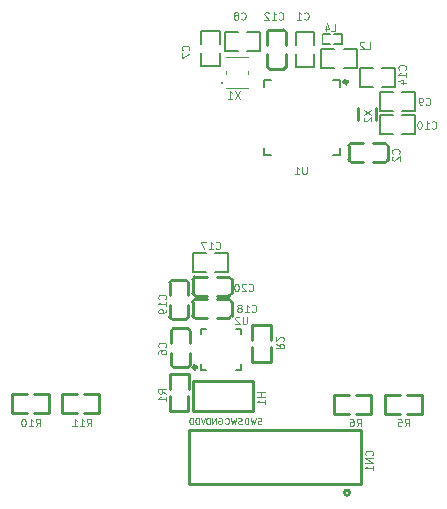
<source format=gbo>
G04 #@! TF.GenerationSoftware,KiCad,Pcbnew,5.1.5-52549c5~84~ubuntu18.04.1*
G04 #@! TF.CreationDate,2020-02-14T10:24:02+02:00*
G04 #@! TF.ProjectId,Touch_Switch_2ch,546f7563-685f-4537-9769-7463685f3263,rev?*
G04 #@! TF.SameCoordinates,Original*
G04 #@! TF.FileFunction,Legend,Bot*
G04 #@! TF.FilePolarity,Positive*
%FSLAX46Y46*%
G04 Gerber Fmt 4.6, Leading zero omitted, Abs format (unit mm)*
G04 Created by KiCad (PCBNEW 5.1.5-52549c5~84~ubuntu18.04.1) date 2020-02-14 10:24:02*
%MOMM*%
%LPD*%
G04 APERTURE LIST*
%ADD10C,0.102000*%
%ADD11C,0.254000*%
%ADD12C,0.300000*%
%ADD13C,0.200000*%
%ADD14C,0.152000*%
%ADD15C,0.100000*%
%ADD16R,1.202000X1.102000*%
%ADD17R,1.102000X1.202000*%
%ADD18R,0.737000X1.626000*%
%ADD19O,0.952000X0.382000*%
%ADD20O,0.382000X0.952000*%
%ADD21R,1.802000X1.802000*%
%ADD22R,3.902000X3.902000*%
%ADD23O,0.322000X1.102000*%
%ADD24O,1.102000X0.322000*%
%ADD25R,0.702000X0.752000*%
%ADD26R,1.902000X1.102000*%
%ADD27C,1.602000*%
%ADD28R,0.902000X1.002000*%
%ADD29C,1.102000*%
G04 APERTURE END LIST*
D10*
X95086938Y-68150619D02*
X95014366Y-68174809D01*
X94893414Y-68174809D01*
X94845033Y-68150619D01*
X94820842Y-68126428D01*
X94796652Y-68078047D01*
X94796652Y-68029666D01*
X94820842Y-67981285D01*
X94845033Y-67957095D01*
X94893414Y-67932904D01*
X94990176Y-67908714D01*
X95038557Y-67884523D01*
X95062747Y-67860333D01*
X95086938Y-67811952D01*
X95086938Y-67763571D01*
X95062747Y-67715190D01*
X95038557Y-67691000D01*
X94990176Y-67666809D01*
X94869223Y-67666809D01*
X94796652Y-67691000D01*
X94627319Y-67666809D02*
X94506366Y-68174809D01*
X94409604Y-67811952D01*
X94312842Y-68174809D01*
X94191890Y-67666809D01*
X93708080Y-68126428D02*
X93732271Y-68150619D01*
X93804842Y-68174809D01*
X93853223Y-68174809D01*
X93925795Y-68150619D01*
X93974176Y-68102238D01*
X93998366Y-68053857D01*
X94022557Y-67957095D01*
X94022557Y-67884523D01*
X93998366Y-67787761D01*
X93974176Y-67739380D01*
X93925795Y-67691000D01*
X93853223Y-67666809D01*
X93804842Y-67666809D01*
X93732271Y-67691000D01*
X93708080Y-67715190D01*
X96737938Y-68150619D02*
X96665366Y-68174809D01*
X96544414Y-68174809D01*
X96496033Y-68150619D01*
X96471842Y-68126428D01*
X96447652Y-68078047D01*
X96447652Y-68029666D01*
X96471842Y-67981285D01*
X96496033Y-67957095D01*
X96544414Y-67932904D01*
X96641176Y-67908714D01*
X96689557Y-67884523D01*
X96713747Y-67860333D01*
X96737938Y-67811952D01*
X96737938Y-67763571D01*
X96713747Y-67715190D01*
X96689557Y-67691000D01*
X96641176Y-67666809D01*
X96520223Y-67666809D01*
X96447652Y-67691000D01*
X96278319Y-67666809D02*
X96157366Y-68174809D01*
X96060604Y-67811952D01*
X95963842Y-68174809D01*
X95842890Y-67666809D01*
X95649366Y-68174809D02*
X95649366Y-67666809D01*
X95528414Y-67666809D01*
X95455842Y-67691000D01*
X95407461Y-67739380D01*
X95383271Y-67787761D01*
X95359080Y-67884523D01*
X95359080Y-67957095D01*
X95383271Y-68053857D01*
X95407461Y-68102238D01*
X95455842Y-68150619D01*
X95528414Y-68174809D01*
X95649366Y-68174809D01*
X93145652Y-67691000D02*
X93194033Y-67666809D01*
X93266604Y-67666809D01*
X93339176Y-67691000D01*
X93387557Y-67739380D01*
X93411747Y-67787761D01*
X93435938Y-67884523D01*
X93435938Y-67957095D01*
X93411747Y-68053857D01*
X93387557Y-68102238D01*
X93339176Y-68150619D01*
X93266604Y-68174809D01*
X93218223Y-68174809D01*
X93145652Y-68150619D01*
X93121461Y-68126428D01*
X93121461Y-67957095D01*
X93218223Y-67957095D01*
X92903747Y-68174809D02*
X92903747Y-67666809D01*
X92613461Y-68174809D01*
X92613461Y-67666809D01*
X92371557Y-68174809D02*
X92371557Y-67666809D01*
X92250604Y-67666809D01*
X92178033Y-67691000D01*
X92129652Y-67739380D01*
X92105461Y-67787761D01*
X92081271Y-67884523D01*
X92081271Y-67957095D01*
X92105461Y-68053857D01*
X92129652Y-68102238D01*
X92178033Y-68150619D01*
X92250604Y-68174809D01*
X92371557Y-68174809D01*
X91960319Y-67666809D02*
X91790985Y-68174809D01*
X91621652Y-67666809D01*
X91452319Y-68174809D02*
X91452319Y-67666809D01*
X91331366Y-67666809D01*
X91258795Y-67691000D01*
X91210414Y-67739380D01*
X91186223Y-67787761D01*
X91162033Y-67884523D01*
X91162033Y-67957095D01*
X91186223Y-68053857D01*
X91210414Y-68102238D01*
X91258795Y-68150619D01*
X91331366Y-68174809D01*
X91452319Y-68174809D01*
X90944319Y-68174809D02*
X90944319Y-67666809D01*
X90823366Y-67666809D01*
X90750795Y-67691000D01*
X90702414Y-67739380D01*
X90678223Y-67787761D01*
X90654033Y-67884523D01*
X90654033Y-67957095D01*
X90678223Y-68053857D01*
X90702414Y-68102238D01*
X90750795Y-68150619D01*
X90823366Y-68174809D01*
X90944319Y-68174809D01*
D11*
X89189000Y-59308000D02*
X90389000Y-59308000D01*
X88989000Y-57258000D02*
X88989000Y-56258000D01*
X90589000Y-57258000D02*
X90589000Y-56258000D01*
X88989000Y-58058000D02*
X88989000Y-59058000D01*
X90589000Y-58058000D02*
X90589000Y-59058000D01*
X89189000Y-56008000D02*
X90389000Y-56008000D01*
X89189000Y-56008000D02*
G75*
G03X88989000Y-56208000I0J-200000D01*
G01*
X88989000Y-56208000D02*
X88989000Y-56258000D01*
X90589000Y-56208000D02*
G75*
G03X90389000Y-56008000I-200000J0D01*
G01*
X90589000Y-56208000D02*
X90589000Y-56258000D01*
X88989000Y-59108000D02*
G75*
G03X89189000Y-59308000I200000J0D01*
G01*
X88989000Y-59108000D02*
X88989000Y-59058000D01*
X90389000Y-59308000D02*
G75*
G03X90589000Y-59108000I0J200000D01*
G01*
X90589000Y-59108000D02*
X90589000Y-59058000D01*
X90933000Y-55915000D02*
X90933000Y-57115000D01*
X92983000Y-55715000D02*
X93983000Y-55715000D01*
X92983000Y-57315000D02*
X93983000Y-57315000D01*
X92183000Y-55715000D02*
X91183000Y-55715000D01*
X92183000Y-57315000D02*
X91183000Y-57315000D01*
X94233000Y-55915000D02*
X94233000Y-57115000D01*
X94233000Y-55915000D02*
G75*
G03X94033000Y-55715000I-200000J0D01*
G01*
X94033000Y-55715000D02*
X93983000Y-55715000D01*
X94033000Y-57315000D02*
G75*
G03X94233000Y-57115000I0J200000D01*
G01*
X94033000Y-57315000D02*
X93983000Y-57315000D01*
X91133000Y-55715000D02*
G75*
G03X90933000Y-55915000I0J-200000D01*
G01*
X91133000Y-55715000D02*
X91183000Y-55715000D01*
X90933000Y-57115000D02*
G75*
G03X91133000Y-57315000I200000J0D01*
G01*
X91133000Y-57315000D02*
X91183000Y-57315000D01*
X96012000Y-67056000D02*
X96012000Y-64516000D01*
X96012000Y-64516000D02*
X90932000Y-64516000D01*
X90932000Y-64516000D02*
X90932000Y-67056000D01*
X90932000Y-67056000D02*
X96012000Y-67056000D01*
D12*
X91269995Y-63370461D02*
G75*
G03X91270000Y-63373000I-149995J-1539D01*
G01*
D13*
X94620000Y-60124000D02*
X95070000Y-60124000D01*
X95070000Y-60124000D02*
X95070000Y-60574000D01*
X94620000Y-63574000D02*
X95070000Y-63574000D01*
X95070000Y-63574000D02*
X95070000Y-63124000D01*
X91620000Y-63124000D02*
X91620000Y-63574000D01*
X91620000Y-63574000D02*
X92070000Y-63574000D01*
X92070000Y-60124000D02*
X91620000Y-60124000D01*
X91620000Y-60124000D02*
X91620000Y-60574000D01*
D11*
X89316000Y-63372000D02*
X90516000Y-63372000D01*
X89116000Y-61322000D02*
X89116000Y-60322000D01*
X90716000Y-61322000D02*
X90716000Y-60322000D01*
X89116000Y-62122000D02*
X89116000Y-63122000D01*
X90716000Y-62122000D02*
X90716000Y-63122000D01*
X89316000Y-60072000D02*
X90516000Y-60072000D01*
X89316000Y-60072000D02*
G75*
G03X89116000Y-60272000I0J-200000D01*
G01*
X89116000Y-60272000D02*
X89116000Y-60322000D01*
X90716000Y-60272000D02*
G75*
G03X90516000Y-60072000I-200000J0D01*
G01*
X90716000Y-60272000D02*
X90716000Y-60322000D01*
X89116000Y-63172000D02*
G75*
G03X89316000Y-63372000I200000J0D01*
G01*
X89116000Y-63172000D02*
X89116000Y-63122000D01*
X90516000Y-63372000D02*
G75*
G03X90716000Y-63172000I0J200000D01*
G01*
X90716000Y-63172000D02*
X90716000Y-63122000D01*
X90933000Y-57820000D02*
X90933000Y-59020000D01*
X92983000Y-57620000D02*
X93983000Y-57620000D01*
X92983000Y-59220000D02*
X93983000Y-59220000D01*
X92183000Y-57620000D02*
X91183000Y-57620000D01*
X92183000Y-59220000D02*
X91183000Y-59220000D01*
X94233000Y-57820000D02*
X94233000Y-59020000D01*
X94233000Y-57820000D02*
G75*
G03X94033000Y-57620000I-200000J0D01*
G01*
X94033000Y-57620000D02*
X93983000Y-57620000D01*
X94033000Y-59220000D02*
G75*
G03X94233000Y-59020000I0J200000D01*
G01*
X94033000Y-59220000D02*
X93983000Y-59220000D01*
X91133000Y-57620000D02*
G75*
G03X90933000Y-57820000I0J-200000D01*
G01*
X91133000Y-57620000D02*
X91183000Y-57620000D01*
X90933000Y-59020000D02*
G75*
G03X91133000Y-59220000I200000J0D01*
G01*
X91133000Y-59220000D02*
X91183000Y-59220000D01*
D13*
X92056000Y-53683000D02*
X90956000Y-53683000D01*
X90956000Y-53683000D02*
X90956000Y-55283000D01*
X90956000Y-55283000D02*
X92056000Y-55283000D01*
X92856000Y-53683000D02*
X93956000Y-53683000D01*
X93956000Y-53683000D02*
X93956000Y-54683000D01*
X93956000Y-54683000D02*
X93956000Y-55283000D01*
X93956000Y-55283000D02*
X92856000Y-55283000D01*
D11*
X82983000Y-65621000D02*
X82983000Y-67221000D01*
X81132000Y-67216000D02*
X79882000Y-67216000D01*
X81132000Y-65616000D02*
X79882000Y-65616000D01*
X81733000Y-67221000D02*
X82983000Y-67221000D01*
X81733000Y-65621000D02*
X82983000Y-65621000D01*
X79882000Y-65616000D02*
X79882000Y-67216000D01*
X90589000Y-67082000D02*
X88989000Y-67082000D01*
X88994000Y-65231000D02*
X88994000Y-63981000D01*
X90594000Y-65231000D02*
X90594000Y-63981000D01*
X88989000Y-65832000D02*
X88989000Y-67082000D01*
X90589000Y-65832000D02*
X90589000Y-67082000D01*
X90594000Y-63981000D02*
X88994000Y-63981000D01*
X75662000Y-67221000D02*
X75662000Y-65621000D01*
X77513000Y-65626000D02*
X78763000Y-65626000D01*
X77513000Y-67226000D02*
X78763000Y-67226000D01*
X76912000Y-65621000D02*
X75662000Y-65621000D01*
X76912000Y-67221000D02*
X75662000Y-67221000D01*
X78763000Y-67226000D02*
X78763000Y-65626000D01*
X106031000Y-65748000D02*
X106031000Y-67348000D01*
X104180000Y-67343000D02*
X102930000Y-67343000D01*
X104180000Y-65743000D02*
X102930000Y-65743000D01*
X104781000Y-67348000D02*
X106031000Y-67348000D01*
X104781000Y-65748000D02*
X106031000Y-65748000D01*
X102930000Y-65743000D02*
X102930000Y-67343000D01*
X110339000Y-65748000D02*
X110339000Y-67348000D01*
X108488000Y-67343000D02*
X107238000Y-67343000D01*
X108488000Y-65743000D02*
X107238000Y-65743000D01*
X109089000Y-67348000D02*
X110339000Y-67348000D01*
X109089000Y-65748000D02*
X110339000Y-65748000D01*
X107238000Y-65743000D02*
X107238000Y-67343000D01*
X95974000Y-59791000D02*
X97574000Y-59791000D01*
X97569000Y-61642000D02*
X97569000Y-62892000D01*
X95969000Y-61642000D02*
X95969000Y-62892000D01*
X97574000Y-61041000D02*
X97574000Y-59791000D01*
X95974000Y-61041000D02*
X95974000Y-59791000D01*
X95969000Y-62892000D02*
X97569000Y-62892000D01*
D13*
X97606000Y-39028000D02*
X97006000Y-39028000D01*
X97006000Y-39028000D02*
X97006000Y-39628000D01*
X103406000Y-39628000D02*
X103406000Y-39028000D01*
X103406000Y-39028000D02*
X102806000Y-39028000D01*
X102806000Y-45428000D02*
X103406000Y-45428000D01*
X103406000Y-45428000D02*
X103406000Y-44828000D01*
X97606000Y-45428000D02*
X97006000Y-45428000D01*
X97006000Y-45428000D02*
X97006000Y-44828000D01*
D12*
X103756005Y-39229539D02*
G75*
G03X103756000Y-39227000I149995J1539D01*
G01*
D11*
X98644000Y-34810000D02*
X97444000Y-34810000D01*
X98844000Y-36860000D02*
X98844000Y-37860000D01*
X97244000Y-36860000D02*
X97244000Y-37860000D01*
X98844000Y-36060000D02*
X98844000Y-35060000D01*
X97244000Y-36060000D02*
X97244000Y-35060000D01*
X98644000Y-38110000D02*
X97444000Y-38110000D01*
X98644000Y-38110000D02*
G75*
G03X98844000Y-37910000I0J200000D01*
G01*
X98844000Y-37910000D02*
X98844000Y-37860000D01*
X97244000Y-37910000D02*
G75*
G03X97444000Y-38110000I200000J0D01*
G01*
X97244000Y-37910000D02*
X97244000Y-37860000D01*
X98844000Y-35010000D02*
G75*
G03X98644000Y-34810000I-200000J0D01*
G01*
X98844000Y-35010000D02*
X98844000Y-35060000D01*
X97444000Y-34810000D02*
G75*
G03X97244000Y-35010000I0J-200000D01*
G01*
X97244000Y-35010000D02*
X97244000Y-35060000D01*
X104152000Y-44612000D02*
X104152000Y-45812000D01*
X106202000Y-44412000D02*
X107202000Y-44412000D01*
X106202000Y-46012000D02*
X107202000Y-46012000D01*
X105402000Y-44412000D02*
X104402000Y-44412000D01*
X105402000Y-46012000D02*
X104402000Y-46012000D01*
X107452000Y-44612000D02*
X107452000Y-45812000D01*
X107452000Y-44612000D02*
G75*
G03X107252000Y-44412000I-200000J0D01*
G01*
X107252000Y-44412000D02*
X107202000Y-44412000D01*
X107252000Y-46012000D02*
G75*
G03X107452000Y-45812000I0J200000D01*
G01*
X107252000Y-46012000D02*
X107202000Y-46012000D01*
X104352000Y-44412000D02*
G75*
G03X104152000Y-44612000I0J-200000D01*
G01*
X104352000Y-44412000D02*
X104402000Y-44412000D01*
X104152000Y-45812000D02*
G75*
G03X104352000Y-46012000I200000J0D01*
G01*
X104352000Y-46012000D02*
X104402000Y-46012000D01*
D13*
X94785000Y-35014000D02*
X93685000Y-35014000D01*
X93685000Y-35014000D02*
X93685000Y-36614000D01*
X93685000Y-36614000D02*
X94785000Y-36614000D01*
X95585000Y-35014000D02*
X96685000Y-35014000D01*
X96685000Y-35014000D02*
X96685000Y-36014000D01*
X96685000Y-36014000D02*
X96685000Y-36614000D01*
X96685000Y-36614000D02*
X95585000Y-36614000D01*
X93256000Y-35987000D02*
X93256000Y-34887000D01*
X93256000Y-34887000D02*
X91656000Y-34887000D01*
X91656000Y-34887000D02*
X91656000Y-35987000D01*
X93256000Y-36787000D02*
X93256000Y-37887000D01*
X93256000Y-37887000D02*
X92256000Y-37887000D01*
X92256000Y-37887000D02*
X91656000Y-37887000D01*
X91656000Y-37887000D02*
X91656000Y-36787000D01*
X107866000Y-41999000D02*
X106766000Y-41999000D01*
X106766000Y-41999000D02*
X106766000Y-43599000D01*
X106766000Y-43599000D02*
X107866000Y-43599000D01*
X108666000Y-41999000D02*
X109766000Y-41999000D01*
X109766000Y-41999000D02*
X109766000Y-42999000D01*
X109766000Y-42999000D02*
X109766000Y-43599000D01*
X109766000Y-43599000D02*
X108666000Y-43599000D01*
X107869000Y-40094000D02*
X106769000Y-40094000D01*
X106769000Y-40094000D02*
X106769000Y-41694000D01*
X106769000Y-41694000D02*
X107869000Y-41694000D01*
X108669000Y-40094000D02*
X109769000Y-40094000D01*
X109769000Y-40094000D02*
X109769000Y-41094000D01*
X109769000Y-41094000D02*
X109769000Y-41694000D01*
X109769000Y-41694000D02*
X108669000Y-41694000D01*
X107015000Y-39662000D02*
X108115000Y-39662000D01*
X108115000Y-39662000D02*
X108115000Y-38062000D01*
X108115000Y-38062000D02*
X107015000Y-38062000D01*
X106215000Y-39662000D02*
X105115000Y-39662000D01*
X105115000Y-39662000D02*
X105115000Y-38662000D01*
X105115000Y-38662000D02*
X105115000Y-38062000D01*
X105115000Y-38062000D02*
X106215000Y-38062000D01*
X101257000Y-36049000D02*
X101257000Y-34949000D01*
X101257000Y-34949000D02*
X99657000Y-34949000D01*
X99657000Y-34949000D02*
X99657000Y-36049000D01*
X101257000Y-36849000D02*
X101257000Y-37949000D01*
X101257000Y-37949000D02*
X100257000Y-37949000D01*
X100257000Y-37949000D02*
X99657000Y-37949000D01*
X99657000Y-37949000D02*
X99657000Y-36849000D01*
X103716000Y-38011000D02*
X104816000Y-38011000D01*
X104816000Y-38011000D02*
X104816000Y-36411000D01*
X104816000Y-36411000D02*
X103716000Y-36411000D01*
X102916000Y-38011000D02*
X101816000Y-38011000D01*
X101816000Y-38011000D02*
X101816000Y-37011000D01*
X101816000Y-37011000D02*
X101816000Y-36411000D01*
X101816000Y-36411000D02*
X102916000Y-36411000D01*
D14*
X102928000Y-35128000D02*
X103563000Y-35128000D01*
X103563000Y-35128000D02*
X103563000Y-35992000D01*
X103563000Y-35992000D02*
X103030000Y-35992000D01*
X103030000Y-35992000D02*
X102928000Y-35992000D01*
X102547000Y-35992000D02*
X101938000Y-35992000D01*
X101938000Y-35992000D02*
X101938000Y-35128000D01*
X101938000Y-35128000D02*
X102471000Y-35128000D01*
X102471000Y-35128000D02*
X102547000Y-35128000D01*
D11*
X104902000Y-41402000D02*
X104902000Y-42418000D01*
X106426000Y-42418000D02*
X106426000Y-41402000D01*
X105220000Y-68690000D02*
X94620000Y-68691000D01*
X90618000Y-68692000D02*
X90618000Y-73292000D01*
X94620000Y-73291000D02*
X105220000Y-73290000D01*
X105220000Y-73291000D02*
X105220000Y-68691000D01*
X92668000Y-73292000D02*
X94620000Y-73292000D01*
X92668000Y-68692000D02*
X94620000Y-68692000D01*
X90618000Y-68692000D02*
X92668000Y-68692000D01*
X90618000Y-73292000D02*
X92668000Y-73292000D01*
X104242000Y-73992000D02*
G75*
G03X104242000Y-73992000I-224000J0D01*
G01*
D15*
X93537000Y-39308000D02*
G75*
G03X93537000Y-39308000I-100000J0D01*
G01*
D10*
X95607000Y-39719000D02*
X93807000Y-39719000D01*
X95607000Y-37119000D02*
X93807000Y-37119000D01*
X95607000Y-38514000D02*
X95607000Y-38324000D01*
X93807000Y-38514000D02*
X93807000Y-38324000D01*
X88618785Y-57603347D02*
X88649023Y-57573109D01*
X88679261Y-57482395D01*
X88679261Y-57421919D01*
X88649023Y-57331204D01*
X88588547Y-57270728D01*
X88528071Y-57240490D01*
X88407119Y-57210252D01*
X88316404Y-57210252D01*
X88195452Y-57240490D01*
X88134976Y-57270728D01*
X88074500Y-57331204D01*
X88044261Y-57421919D01*
X88044261Y-57482395D01*
X88074500Y-57573109D01*
X88104738Y-57603347D01*
X88679261Y-58208109D02*
X88679261Y-57845252D01*
X88679261Y-58026680D02*
X88044261Y-58026680D01*
X88134976Y-57966204D01*
X88195452Y-57905728D01*
X88225690Y-57845252D01*
X88679261Y-58510490D02*
X88679261Y-58631442D01*
X88649023Y-58691919D01*
X88618785Y-58722157D01*
X88528071Y-58782633D01*
X88407119Y-58812871D01*
X88165214Y-58812871D01*
X88104738Y-58782633D01*
X88074500Y-58752395D01*
X88044261Y-58691919D01*
X88044261Y-58570966D01*
X88074500Y-58510490D01*
X88104738Y-58480252D01*
X88165214Y-58450014D01*
X88316404Y-58450014D01*
X88376880Y-58480252D01*
X88407119Y-58510490D01*
X88437357Y-58570966D01*
X88437357Y-58691919D01*
X88407119Y-58752395D01*
X88376880Y-58782633D01*
X88316404Y-58812871D01*
X95685652Y-56868785D02*
X95715890Y-56899023D01*
X95806604Y-56929261D01*
X95867080Y-56929261D01*
X95957795Y-56899023D01*
X96018271Y-56838547D01*
X96048509Y-56778071D01*
X96078747Y-56657119D01*
X96078747Y-56566404D01*
X96048509Y-56445452D01*
X96018271Y-56384976D01*
X95957795Y-56324500D01*
X95867080Y-56294261D01*
X95806604Y-56294261D01*
X95715890Y-56324500D01*
X95685652Y-56354738D01*
X95443747Y-56354738D02*
X95413509Y-56324500D01*
X95353033Y-56294261D01*
X95201842Y-56294261D01*
X95141366Y-56324500D01*
X95111128Y-56354738D01*
X95080890Y-56415214D01*
X95080890Y-56475690D01*
X95111128Y-56566404D01*
X95473985Y-56929261D01*
X95080890Y-56929261D01*
X94687795Y-56294261D02*
X94627319Y-56294261D01*
X94566842Y-56324500D01*
X94536604Y-56354738D01*
X94506366Y-56415214D01*
X94476128Y-56536166D01*
X94476128Y-56687357D01*
X94506366Y-56808309D01*
X94536604Y-56868785D01*
X94566842Y-56899023D01*
X94627319Y-56929261D01*
X94687795Y-56929261D01*
X94748271Y-56899023D01*
X94778509Y-56868785D01*
X94808747Y-56808309D01*
X94838985Y-56687357D01*
X94838985Y-56536166D01*
X94808747Y-56415214D01*
X94778509Y-56354738D01*
X94748271Y-56324500D01*
X94687795Y-56294261D01*
X97061261Y-65495490D02*
X96426261Y-65495490D01*
X96728642Y-65495490D02*
X96728642Y-65858347D01*
X97061261Y-65858347D02*
X96426261Y-65858347D01*
X97061261Y-66493347D02*
X97061261Y-66130490D01*
X97061261Y-66311919D02*
X96426261Y-66311919D01*
X96516976Y-66251442D01*
X96577452Y-66190966D01*
X96607690Y-66130490D01*
X95540509Y-59088261D02*
X95540509Y-59602309D01*
X95510271Y-59662785D01*
X95480033Y-59693023D01*
X95419557Y-59723261D01*
X95298604Y-59723261D01*
X95238128Y-59693023D01*
X95207890Y-59662785D01*
X95177652Y-59602309D01*
X95177652Y-59088261D01*
X94905509Y-59148738D02*
X94875271Y-59118500D01*
X94814795Y-59088261D01*
X94663604Y-59088261D01*
X94603128Y-59118500D01*
X94572890Y-59148738D01*
X94542652Y-59209214D01*
X94542652Y-59269690D01*
X94572890Y-59360404D01*
X94935747Y-59723261D01*
X94542652Y-59723261D01*
X88618785Y-61667347D02*
X88649023Y-61637109D01*
X88679261Y-61546395D01*
X88679261Y-61485919D01*
X88649023Y-61395204D01*
X88588547Y-61334728D01*
X88528071Y-61304490D01*
X88407119Y-61274252D01*
X88316404Y-61274252D01*
X88195452Y-61304490D01*
X88134976Y-61334728D01*
X88074500Y-61395204D01*
X88044261Y-61485919D01*
X88044261Y-61546395D01*
X88074500Y-61637109D01*
X88104738Y-61667347D01*
X88044261Y-62211633D02*
X88044261Y-62090680D01*
X88074500Y-62030204D01*
X88104738Y-61999966D01*
X88195452Y-61939490D01*
X88316404Y-61909252D01*
X88558309Y-61909252D01*
X88618785Y-61939490D01*
X88649023Y-61969728D01*
X88679261Y-62030204D01*
X88679261Y-62151157D01*
X88649023Y-62211633D01*
X88618785Y-62241871D01*
X88558309Y-62272109D01*
X88407119Y-62272109D01*
X88346642Y-62241871D01*
X88316404Y-62211633D01*
X88286166Y-62151157D01*
X88286166Y-62030204D01*
X88316404Y-61969728D01*
X88346642Y-61939490D01*
X88407119Y-61909252D01*
X95939652Y-58646785D02*
X95969890Y-58677023D01*
X96060604Y-58707261D01*
X96121080Y-58707261D01*
X96211795Y-58677023D01*
X96272271Y-58616547D01*
X96302509Y-58556071D01*
X96332747Y-58435119D01*
X96332747Y-58344404D01*
X96302509Y-58223452D01*
X96272271Y-58162976D01*
X96211795Y-58102500D01*
X96121080Y-58072261D01*
X96060604Y-58072261D01*
X95969890Y-58102500D01*
X95939652Y-58132738D01*
X95334890Y-58707261D02*
X95697747Y-58707261D01*
X95516319Y-58707261D02*
X95516319Y-58072261D01*
X95576795Y-58162976D01*
X95637271Y-58223452D01*
X95697747Y-58253690D01*
X94972033Y-58344404D02*
X95032509Y-58314166D01*
X95062747Y-58283928D01*
X95092985Y-58223452D01*
X95092985Y-58193214D01*
X95062747Y-58132738D01*
X95032509Y-58102500D01*
X94972033Y-58072261D01*
X94851080Y-58072261D01*
X94790604Y-58102500D01*
X94760366Y-58132738D01*
X94730128Y-58193214D01*
X94730128Y-58223452D01*
X94760366Y-58283928D01*
X94790604Y-58314166D01*
X94851080Y-58344404D01*
X94972033Y-58344404D01*
X95032509Y-58374642D01*
X95062747Y-58404880D01*
X95092985Y-58465357D01*
X95092985Y-58586309D01*
X95062747Y-58646785D01*
X95032509Y-58677023D01*
X94972033Y-58707261D01*
X94851080Y-58707261D01*
X94790604Y-58677023D01*
X94760366Y-58646785D01*
X94730128Y-58586309D01*
X94730128Y-58465357D01*
X94760366Y-58404880D01*
X94790604Y-58374642D01*
X94851080Y-58344404D01*
X92891652Y-53312785D02*
X92921890Y-53343023D01*
X93012604Y-53373261D01*
X93073080Y-53373261D01*
X93163795Y-53343023D01*
X93224271Y-53282547D01*
X93254509Y-53222071D01*
X93284747Y-53101119D01*
X93284747Y-53010404D01*
X93254509Y-52889452D01*
X93224271Y-52828976D01*
X93163795Y-52768500D01*
X93073080Y-52738261D01*
X93012604Y-52738261D01*
X92921890Y-52768500D01*
X92891652Y-52798738D01*
X92286890Y-53373261D02*
X92649747Y-53373261D01*
X92468319Y-53373261D02*
X92468319Y-52738261D01*
X92528795Y-52828976D01*
X92589271Y-52889452D01*
X92649747Y-52919690D01*
X92075223Y-52738261D02*
X91651890Y-52738261D01*
X91924033Y-53373261D01*
X81969652Y-68359261D02*
X82181319Y-68056880D01*
X82332509Y-68359261D02*
X82332509Y-67724261D01*
X82090604Y-67724261D01*
X82030128Y-67754500D01*
X81999890Y-67784738D01*
X81969652Y-67845214D01*
X81969652Y-67935928D01*
X81999890Y-67996404D01*
X82030128Y-68026642D01*
X82090604Y-68056880D01*
X82332509Y-68056880D01*
X81364890Y-68359261D02*
X81727747Y-68359261D01*
X81546319Y-68359261D02*
X81546319Y-67724261D01*
X81606795Y-67814976D01*
X81667271Y-67875452D01*
X81727747Y-67905690D01*
X80760128Y-68359261D02*
X81122985Y-68359261D01*
X80941557Y-68359261D02*
X80941557Y-67724261D01*
X81002033Y-67814976D01*
X81062509Y-67875452D01*
X81122985Y-67905690D01*
X88679261Y-65604347D02*
X88376880Y-65392680D01*
X88679261Y-65241490D02*
X88044261Y-65241490D01*
X88044261Y-65483395D01*
X88074500Y-65543871D01*
X88104738Y-65574109D01*
X88165214Y-65604347D01*
X88255928Y-65604347D01*
X88316404Y-65574109D01*
X88346642Y-65543871D01*
X88376880Y-65483395D01*
X88376880Y-65241490D01*
X88679261Y-66209109D02*
X88679261Y-65846252D01*
X88679261Y-66027680D02*
X88044261Y-66027680D01*
X88134976Y-65967204D01*
X88195452Y-65906728D01*
X88225690Y-65846252D01*
X77651652Y-68359261D02*
X77863319Y-68056880D01*
X78014509Y-68359261D02*
X78014509Y-67724261D01*
X77772604Y-67724261D01*
X77712128Y-67754500D01*
X77681890Y-67784738D01*
X77651652Y-67845214D01*
X77651652Y-67935928D01*
X77681890Y-67996404D01*
X77712128Y-68026642D01*
X77772604Y-68056880D01*
X78014509Y-68056880D01*
X77046890Y-68359261D02*
X77409747Y-68359261D01*
X77228319Y-68359261D02*
X77228319Y-67724261D01*
X77288795Y-67814976D01*
X77349271Y-67875452D01*
X77409747Y-67905690D01*
X76653795Y-67724261D02*
X76593319Y-67724261D01*
X76532842Y-67754500D01*
X76502604Y-67784738D01*
X76472366Y-67845214D01*
X76442128Y-67966166D01*
X76442128Y-68117357D01*
X76472366Y-68238309D01*
X76502604Y-68298785D01*
X76532842Y-68329023D01*
X76593319Y-68359261D01*
X76653795Y-68359261D01*
X76714271Y-68329023D01*
X76744509Y-68298785D01*
X76774747Y-68238309D01*
X76804985Y-68117357D01*
X76804985Y-67966166D01*
X76774747Y-67845214D01*
X76744509Y-67784738D01*
X76714271Y-67754500D01*
X76653795Y-67724261D01*
X104829652Y-68359261D02*
X105041319Y-68056880D01*
X105192509Y-68359261D02*
X105192509Y-67724261D01*
X104950604Y-67724261D01*
X104890128Y-67754500D01*
X104859890Y-67784738D01*
X104829652Y-67845214D01*
X104829652Y-67935928D01*
X104859890Y-67996404D01*
X104890128Y-68026642D01*
X104950604Y-68056880D01*
X105192509Y-68056880D01*
X104285366Y-67724261D02*
X104406319Y-67724261D01*
X104466795Y-67754500D01*
X104497033Y-67784738D01*
X104557509Y-67875452D01*
X104587747Y-67996404D01*
X104587747Y-68238309D01*
X104557509Y-68298785D01*
X104527271Y-68329023D01*
X104466795Y-68359261D01*
X104345842Y-68359261D01*
X104285366Y-68329023D01*
X104255128Y-68298785D01*
X104224890Y-68238309D01*
X104224890Y-68087119D01*
X104255128Y-68026642D01*
X104285366Y-67996404D01*
X104345842Y-67966166D01*
X104466795Y-67966166D01*
X104527271Y-67996404D01*
X104557509Y-68026642D01*
X104587747Y-68087119D01*
X108893652Y-68359261D02*
X109105319Y-68056880D01*
X109256509Y-68359261D02*
X109256509Y-67724261D01*
X109014604Y-67724261D01*
X108954128Y-67754500D01*
X108923890Y-67784738D01*
X108893652Y-67845214D01*
X108893652Y-67935928D01*
X108923890Y-67996404D01*
X108954128Y-68026642D01*
X109014604Y-68056880D01*
X109256509Y-68056880D01*
X108319128Y-67724261D02*
X108621509Y-67724261D01*
X108651747Y-68026642D01*
X108621509Y-67996404D01*
X108561033Y-67966166D01*
X108409842Y-67966166D01*
X108349366Y-67996404D01*
X108319128Y-68026642D01*
X108288890Y-68087119D01*
X108288890Y-68238309D01*
X108319128Y-68298785D01*
X108349366Y-68329023D01*
X108409842Y-68359261D01*
X108561033Y-68359261D01*
X108621509Y-68329023D01*
X108651747Y-68298785D01*
X98010738Y-61395652D02*
X98313119Y-61607319D01*
X98010738Y-61758509D02*
X98645738Y-61758509D01*
X98645738Y-61516604D01*
X98615500Y-61456128D01*
X98585261Y-61425890D01*
X98524785Y-61395652D01*
X98434071Y-61395652D01*
X98373595Y-61425890D01*
X98343357Y-61456128D01*
X98313119Y-61516604D01*
X98313119Y-61758509D01*
X98585261Y-61153747D02*
X98615500Y-61123509D01*
X98645738Y-61063033D01*
X98645738Y-60911842D01*
X98615500Y-60851366D01*
X98585261Y-60821128D01*
X98524785Y-60790890D01*
X98464309Y-60790890D01*
X98373595Y-60821128D01*
X98010738Y-61183985D01*
X98010738Y-60790890D01*
X100586509Y-46378261D02*
X100586509Y-46892309D01*
X100556271Y-46952785D01*
X100526033Y-46983023D01*
X100465557Y-47013261D01*
X100344604Y-47013261D01*
X100284128Y-46983023D01*
X100253890Y-46952785D01*
X100223652Y-46892309D01*
X100223652Y-46378261D01*
X99588652Y-47013261D02*
X99951509Y-47013261D01*
X99770080Y-47013261D02*
X99770080Y-46378261D01*
X99830557Y-46468976D01*
X99891033Y-46529452D01*
X99951509Y-46559690D01*
X98225652Y-33881785D02*
X98255890Y-33912023D01*
X98346604Y-33942261D01*
X98407080Y-33942261D01*
X98497795Y-33912023D01*
X98558271Y-33851547D01*
X98588509Y-33791071D01*
X98618747Y-33670119D01*
X98618747Y-33579404D01*
X98588509Y-33458452D01*
X98558271Y-33397976D01*
X98497795Y-33337500D01*
X98407080Y-33307261D01*
X98346604Y-33307261D01*
X98255890Y-33337500D01*
X98225652Y-33367738D01*
X97620890Y-33942261D02*
X97983747Y-33942261D01*
X97802319Y-33942261D02*
X97802319Y-33307261D01*
X97862795Y-33397976D01*
X97923271Y-33458452D01*
X97983747Y-33488690D01*
X97378985Y-33367738D02*
X97348747Y-33337500D01*
X97288271Y-33307261D01*
X97137080Y-33307261D01*
X97076604Y-33337500D01*
X97046366Y-33367738D01*
X97016128Y-33428214D01*
X97016128Y-33488690D01*
X97046366Y-33579404D01*
X97409223Y-33942261D01*
X97016128Y-33942261D01*
X108406785Y-45284347D02*
X108437023Y-45254109D01*
X108467261Y-45163395D01*
X108467261Y-45102919D01*
X108437023Y-45012204D01*
X108376547Y-44951728D01*
X108316071Y-44921490D01*
X108195119Y-44891252D01*
X108104404Y-44891252D01*
X107983452Y-44921490D01*
X107922976Y-44951728D01*
X107862500Y-45012204D01*
X107832261Y-45102919D01*
X107832261Y-45163395D01*
X107862500Y-45254109D01*
X107892738Y-45284347D01*
X107892738Y-45526252D02*
X107862500Y-45556490D01*
X107832261Y-45616966D01*
X107832261Y-45768157D01*
X107862500Y-45828633D01*
X107892738Y-45858871D01*
X107953214Y-45889109D01*
X108013690Y-45889109D01*
X108104404Y-45858871D01*
X108467261Y-45496014D01*
X108467261Y-45889109D01*
X95050652Y-33881785D02*
X95080890Y-33912023D01*
X95171604Y-33942261D01*
X95232080Y-33942261D01*
X95322795Y-33912023D01*
X95383271Y-33851547D01*
X95413509Y-33791071D01*
X95443747Y-33670119D01*
X95443747Y-33579404D01*
X95413509Y-33458452D01*
X95383271Y-33397976D01*
X95322795Y-33337500D01*
X95232080Y-33307261D01*
X95171604Y-33307261D01*
X95080890Y-33337500D01*
X95050652Y-33367738D01*
X94687795Y-33579404D02*
X94748271Y-33549166D01*
X94778509Y-33518928D01*
X94808747Y-33458452D01*
X94808747Y-33428214D01*
X94778509Y-33367738D01*
X94748271Y-33337500D01*
X94687795Y-33307261D01*
X94566842Y-33307261D01*
X94506366Y-33337500D01*
X94476128Y-33367738D01*
X94445890Y-33428214D01*
X94445890Y-33458452D01*
X94476128Y-33518928D01*
X94506366Y-33549166D01*
X94566842Y-33579404D01*
X94687795Y-33579404D01*
X94748271Y-33609642D01*
X94778509Y-33639880D01*
X94808747Y-33700357D01*
X94808747Y-33821309D01*
X94778509Y-33881785D01*
X94748271Y-33912023D01*
X94687795Y-33942261D01*
X94566842Y-33942261D01*
X94506366Y-33912023D01*
X94476128Y-33881785D01*
X94445890Y-33821309D01*
X94445890Y-33700357D01*
X94476128Y-33639880D01*
X94506366Y-33609642D01*
X94566842Y-33579404D01*
X90615785Y-36521347D02*
X90646023Y-36491109D01*
X90676261Y-36400395D01*
X90676261Y-36339919D01*
X90646023Y-36249204D01*
X90585547Y-36188728D01*
X90525071Y-36158490D01*
X90404119Y-36128252D01*
X90313404Y-36128252D01*
X90192452Y-36158490D01*
X90131976Y-36188728D01*
X90071500Y-36249204D01*
X90041261Y-36339919D01*
X90041261Y-36400395D01*
X90071500Y-36491109D01*
X90101738Y-36521347D01*
X90041261Y-36733014D02*
X90041261Y-37156347D01*
X90676261Y-36884204D01*
X111179652Y-43117785D02*
X111209890Y-43148023D01*
X111300604Y-43178261D01*
X111361080Y-43178261D01*
X111451795Y-43148023D01*
X111512271Y-43087547D01*
X111542509Y-43027071D01*
X111572747Y-42906119D01*
X111572747Y-42815404D01*
X111542509Y-42694452D01*
X111512271Y-42633976D01*
X111451795Y-42573500D01*
X111361080Y-42543261D01*
X111300604Y-42543261D01*
X111209890Y-42573500D01*
X111179652Y-42603738D01*
X110574890Y-43178261D02*
X110937747Y-43178261D01*
X110756319Y-43178261D02*
X110756319Y-42543261D01*
X110816795Y-42633976D01*
X110877271Y-42694452D01*
X110937747Y-42724690D01*
X110181795Y-42543261D02*
X110121319Y-42543261D01*
X110060842Y-42573500D01*
X110030604Y-42603738D01*
X110000366Y-42664214D01*
X109970128Y-42785166D01*
X109970128Y-42936357D01*
X110000366Y-43057309D01*
X110030604Y-43117785D01*
X110060842Y-43148023D01*
X110121319Y-43178261D01*
X110181795Y-43178261D01*
X110242271Y-43148023D01*
X110272509Y-43117785D01*
X110302747Y-43057309D01*
X110332985Y-42936357D01*
X110332985Y-42785166D01*
X110302747Y-42664214D01*
X110272509Y-42603738D01*
X110242271Y-42573500D01*
X110181795Y-42543261D01*
X110671652Y-41120785D02*
X110701890Y-41151023D01*
X110792604Y-41181261D01*
X110853080Y-41181261D01*
X110943795Y-41151023D01*
X111004271Y-41090547D01*
X111034509Y-41030071D01*
X111064747Y-40909119D01*
X111064747Y-40818404D01*
X111034509Y-40697452D01*
X111004271Y-40636976D01*
X110943795Y-40576500D01*
X110853080Y-40546261D01*
X110792604Y-40546261D01*
X110701890Y-40576500D01*
X110671652Y-40606738D01*
X110369271Y-41181261D02*
X110248319Y-41181261D01*
X110187842Y-41151023D01*
X110157604Y-41120785D01*
X110097128Y-41030071D01*
X110066890Y-40909119D01*
X110066890Y-40667214D01*
X110097128Y-40606738D01*
X110127366Y-40576500D01*
X110187842Y-40546261D01*
X110308795Y-40546261D01*
X110369271Y-40576500D01*
X110399509Y-40606738D01*
X110429747Y-40667214D01*
X110429747Y-40818404D01*
X110399509Y-40878880D01*
X110369271Y-40909119D01*
X110308795Y-40939357D01*
X110187842Y-40939357D01*
X110127366Y-40909119D01*
X110097128Y-40878880D01*
X110066890Y-40818404D01*
X108938785Y-38172347D02*
X108969023Y-38142109D01*
X108999261Y-38051395D01*
X108999261Y-37990919D01*
X108969023Y-37900204D01*
X108908547Y-37839728D01*
X108848071Y-37809490D01*
X108727119Y-37779252D01*
X108636404Y-37779252D01*
X108515452Y-37809490D01*
X108454976Y-37839728D01*
X108394500Y-37900204D01*
X108364261Y-37990919D01*
X108364261Y-38051395D01*
X108394500Y-38142109D01*
X108424738Y-38172347D01*
X108999261Y-38777109D02*
X108999261Y-38414252D01*
X108999261Y-38595680D02*
X108364261Y-38595680D01*
X108454976Y-38535204D01*
X108515452Y-38474728D01*
X108545690Y-38414252D01*
X108575928Y-39321395D02*
X108999261Y-39321395D01*
X108334023Y-39170204D02*
X108787595Y-39019014D01*
X108787595Y-39412109D01*
X100384652Y-33881785D02*
X100414890Y-33912023D01*
X100505604Y-33942261D01*
X100566080Y-33942261D01*
X100656795Y-33912023D01*
X100717271Y-33851547D01*
X100747509Y-33791071D01*
X100777747Y-33670119D01*
X100777747Y-33579404D01*
X100747509Y-33458452D01*
X100717271Y-33397976D01*
X100656795Y-33337500D01*
X100566080Y-33307261D01*
X100505604Y-33307261D01*
X100414890Y-33337500D01*
X100384652Y-33367738D01*
X99779890Y-33942261D02*
X100142747Y-33942261D01*
X99961319Y-33942261D02*
X99961319Y-33307261D01*
X100021795Y-33397976D01*
X100082271Y-33458452D01*
X100142747Y-33488690D01*
X105652128Y-36447261D02*
X105954509Y-36447261D01*
X105954509Y-35812261D01*
X105470700Y-35872738D02*
X105440461Y-35842500D01*
X105379985Y-35812261D01*
X105228795Y-35812261D01*
X105168319Y-35842500D01*
X105138080Y-35872738D01*
X105107842Y-35933214D01*
X105107842Y-35993690D01*
X105138080Y-36084404D01*
X105500938Y-36447261D01*
X105107842Y-36447261D01*
X102685128Y-34923261D02*
X102987509Y-34923261D01*
X102987509Y-34288261D01*
X102201319Y-34499928D02*
X102201319Y-34923261D01*
X102352509Y-34258023D02*
X102503700Y-34711595D01*
X102110604Y-34711595D01*
X105443261Y-41559014D02*
X106078261Y-41982347D01*
X105443261Y-41982347D02*
X106078261Y-41559014D01*
X105503738Y-42194014D02*
X105473500Y-42224252D01*
X105443261Y-42284728D01*
X105443261Y-42435919D01*
X105473500Y-42496395D01*
X105503738Y-42526633D01*
X105564214Y-42556871D01*
X105624690Y-42556871D01*
X105715404Y-42526633D01*
X106078261Y-42163776D01*
X106078261Y-42556871D01*
X106144785Y-70811347D02*
X106175023Y-70781109D01*
X106205261Y-70690395D01*
X106205261Y-70629919D01*
X106175023Y-70539204D01*
X106114547Y-70478728D01*
X106054071Y-70448490D01*
X105933119Y-70418252D01*
X105842404Y-70418252D01*
X105721452Y-70448490D01*
X105660976Y-70478728D01*
X105600500Y-70539204D01*
X105570261Y-70629919D01*
X105570261Y-70690395D01*
X105600500Y-70781109D01*
X105630738Y-70811347D01*
X106205261Y-71083490D02*
X105570261Y-71083490D01*
X106205261Y-71446347D01*
X105570261Y-71446347D01*
X106205261Y-72081347D02*
X106205261Y-71718490D01*
X106205261Y-71899919D02*
X105570261Y-71899919D01*
X105660976Y-71839442D01*
X105721452Y-71778966D01*
X105751690Y-71718490D01*
X94942985Y-40003261D02*
X94519652Y-40638261D01*
X94519652Y-40003261D02*
X94942985Y-40638261D01*
X93945128Y-40638261D02*
X94307985Y-40638261D01*
X94126557Y-40638261D02*
X94126557Y-40003261D01*
X94187033Y-40093976D01*
X94247509Y-40154452D01*
X94307985Y-40184690D01*
%LPC*%
D16*
X89789000Y-56758000D03*
X89789000Y-58558000D03*
D17*
X93483000Y-56515000D03*
X91683000Y-56515000D03*
D18*
X95377000Y-65786000D03*
X94107000Y-65786000D03*
X92837000Y-65786000D03*
X91567000Y-65786000D03*
D19*
X91845000Y-62599000D03*
X91845000Y-62099000D03*
X91845000Y-61599000D03*
X91845000Y-61099000D03*
D20*
X92595000Y-60349000D03*
X93095000Y-60349000D03*
X93595000Y-60349000D03*
X94095000Y-60349000D03*
D19*
X94845000Y-61099000D03*
X94845000Y-61599000D03*
X94845000Y-62099000D03*
X94845000Y-62599000D03*
D20*
X94095000Y-63349000D03*
X93595000Y-63349000D03*
X93095000Y-63349000D03*
X92595000Y-63349000D03*
D21*
X93345000Y-61849000D03*
D16*
X89916000Y-60822000D03*
X89916000Y-62622000D03*
D17*
X93483000Y-58420000D03*
X91683000Y-58420000D03*
X93156000Y-54483000D03*
X91756000Y-54483000D03*
X80633000Y-66421000D03*
X82233000Y-66421000D03*
D16*
X89789000Y-64732000D03*
X89789000Y-66332000D03*
D17*
X78012000Y-66421000D03*
X76412000Y-66421000D03*
X103681000Y-66548000D03*
X105281000Y-66548000D03*
X107989000Y-66548000D03*
X109589000Y-66548000D03*
D16*
X96774000Y-62141000D03*
X96774000Y-60541000D03*
D22*
X100205000Y-42227000D03*
D23*
X102404000Y-45228000D03*
X102006000Y-45228000D03*
X101607000Y-45228000D03*
X101205000Y-45228000D03*
X100807000Y-45228000D03*
X100405000Y-45228000D03*
X100007000Y-45228000D03*
X99605000Y-45228000D03*
X99206000Y-45228000D03*
X98805000Y-45228000D03*
X98406000Y-45228000D03*
X98005000Y-45228000D03*
X98005000Y-39228000D03*
X98406000Y-39228000D03*
X98805000Y-39228000D03*
X99206000Y-39228000D03*
X99605000Y-39228000D03*
X100007000Y-39228000D03*
X100405000Y-39228000D03*
X100807000Y-39228000D03*
X101205000Y-39228000D03*
X101607000Y-39228000D03*
X102006000Y-39228000D03*
X102404000Y-39228000D03*
D24*
X97206000Y-40027000D03*
X97206000Y-40428000D03*
X97206000Y-40827000D03*
X97206000Y-41228000D03*
X97206000Y-41627000D03*
X97206000Y-42029000D03*
X97206000Y-42427000D03*
X97206000Y-42829000D03*
X97206000Y-43227000D03*
X97206000Y-43629000D03*
X97206000Y-44028000D03*
X97206000Y-44429000D03*
X103206000Y-44429000D03*
X103206000Y-44028000D03*
X103206000Y-43629000D03*
X103206000Y-43227000D03*
X103206000Y-42829000D03*
X103206000Y-42427000D03*
X103206000Y-42029000D03*
X103206000Y-41627000D03*
X103206000Y-41228000D03*
X103206000Y-40827000D03*
X103206000Y-40428000D03*
X103206000Y-40027000D03*
D16*
X98044000Y-37360000D03*
X98044000Y-35560000D03*
D17*
X106702000Y-45212000D03*
X104902000Y-45212000D03*
X95885000Y-35814000D03*
X94485000Y-35814000D03*
D16*
X92456000Y-37087000D03*
X92456000Y-35687000D03*
D17*
X108966000Y-42799000D03*
X107566000Y-42799000D03*
X108969000Y-40894000D03*
X107569000Y-40894000D03*
X105915000Y-38862000D03*
X107315000Y-38862000D03*
D16*
X100457000Y-37149000D03*
X100457000Y-35749000D03*
D17*
X102616000Y-37211000D03*
X104016000Y-37211000D03*
D25*
X102319000Y-35560000D03*
X103167000Y-35560000D03*
D26*
X105664000Y-40660000D03*
X105664000Y-43160000D03*
D27*
X95918000Y-71992000D03*
X95918000Y-69992000D03*
X97918000Y-71992000D03*
X97918000Y-69992000D03*
X99918000Y-71992000D03*
X99918000Y-69992000D03*
X101918000Y-71992000D03*
X101918000Y-69992000D03*
X103918000Y-71992000D03*
X103918000Y-69992000D03*
X93918000Y-71942000D03*
X93918000Y-69992000D03*
X91918000Y-71992000D03*
X91918000Y-69992000D03*
D28*
X95307000Y-39119000D03*
X95307000Y-37719000D03*
X94107000Y-37719000D03*
X94107000Y-39119000D03*
D29*
X75184000Y-63246000D03*
X83439000Y-63246000D03*
X102743000Y-63246000D03*
X110998000Y-63246000D03*
M02*

</source>
